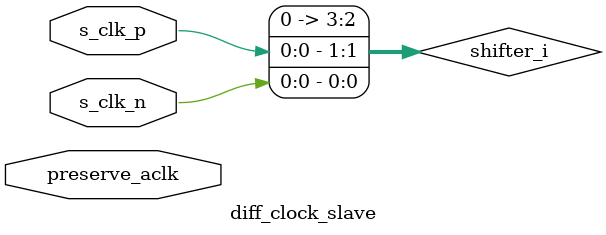
<source format=v>
module diff_clock_slave
#(
parameter integer C_CLK_P_WIDTH = 1,
parameter integer C_HAS_CLK_P = 1,
parameter integer C_CLK_N_WIDTH = 1,
parameter integer C_HAS_CLK_N = 1
)
(
(* X_INTERFACE_INFO = "xilinx.com:interface:diff_clock_rtl:1.0 S_DIFF_CLOCK CLK_P " *)
input wire [((C_CLK_P_WIDTH>0)?C_CLK_P_WIDTH:1)-1:0] s_clk_p,
(* X_INTERFACE_INFO = "xilinx.com:interface:diff_clock_rtl:1.0 S_DIFF_CLOCK CLK_N " *)
input wire [((C_CLK_N_WIDTH>0)?C_CLK_N_WIDTH:1)-1:0] s_clk_n,
input wire preserve_aclk
);
localparam LP_INPUTS_WIDTH =  (C_CLK_P_WIDTH+C_CLK_N_WIDTH);
localparam LP_SHIFTER_WIDTH = (LP_INPUTS_WIDTH >= 4) ? LP_INPUTS_WIDTH : 4;
(* dont_touch = "true" *) wire shifter_o;
(* dont_touch = "true" *) wire [LP_SHIFTER_WIDTH-1:0] shifter_i;
(* dont_touch = "true" *) reg [LP_SHIFTER_WIDTH-1:0] shifter_d;
assign shifter_i = { s_clk_p,s_clk_n };
always @(posedge preserve_aclk) begin
   if (shifter_d[0] === 1'b1) begin
   	shifter_d <= shifter_i;
   end else begin
   	shifter_d <= {shifter_d[0], shifter_d[1+:(LP_SHIFTER_WIDTH-1)]};
   end
end
assign shifter_o = shifter_d[0];
endmodule

</source>
